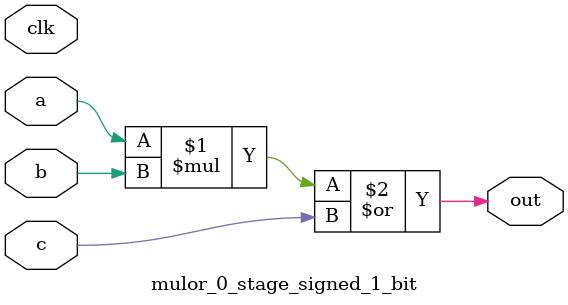
<source format=sv>
(* use_dsp = "yes" *) module mulor_0_stage_signed_1_bit(
	input signed [0:0] a,
	input signed [0:0] b,
	input signed [0:0] c,
	output [0:0] out,
	input clk);

	assign out = (a * b) | c;
endmodule

</source>
